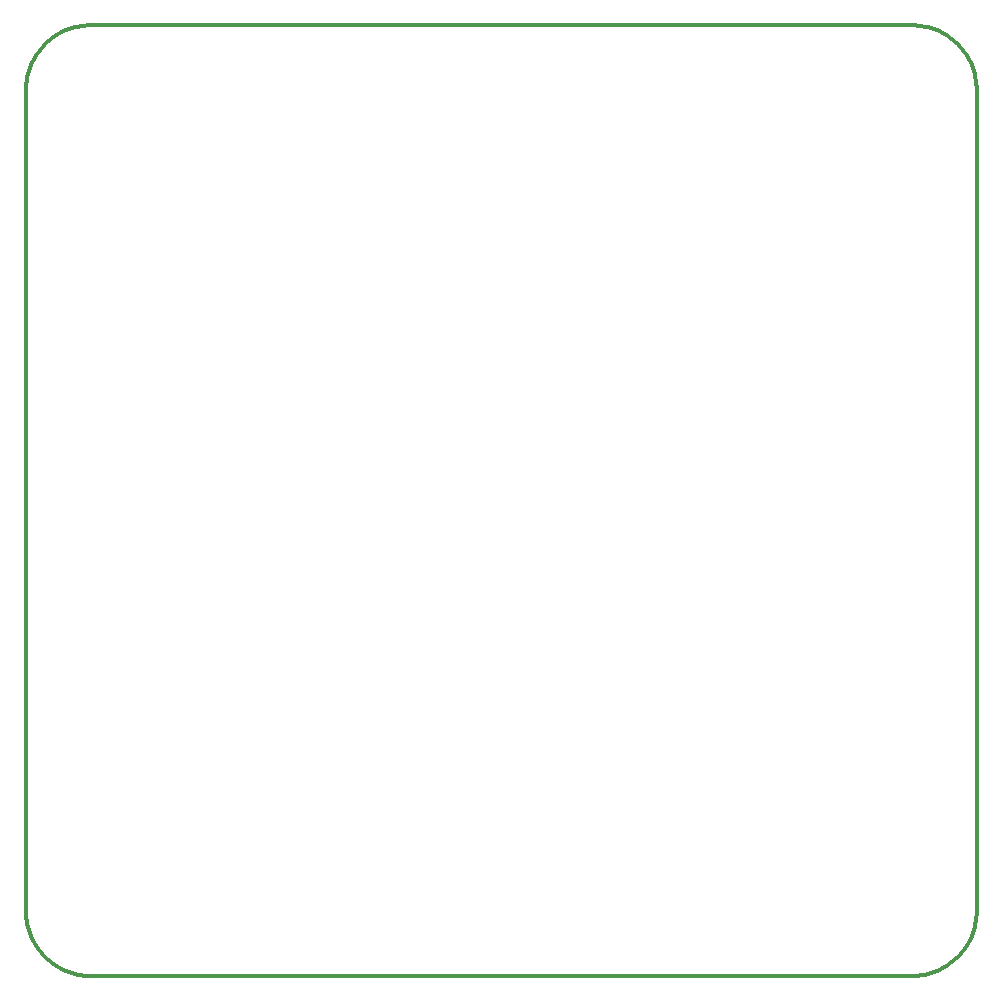
<source format=gm1>
G04 #@! TF.GenerationSoftware,KiCad,Pcbnew,(6.0.1)*
G04 #@! TF.CreationDate,2022-06-28T21:47:16+02:00*
G04 #@! TF.ProjectId,RecyclingPad_embedded,52656379-636c-4696-9e67-5061645f656d,rev?*
G04 #@! TF.SameCoordinates,Original*
G04 #@! TF.FileFunction,Profile,NP*
%FSLAX46Y46*%
G04 Gerber Fmt 4.6, Leading zero omitted, Abs format (unit mm)*
G04 Created by KiCad (PCBNEW (6.0.1)) date 2022-06-28 21:47:16*
%MOMM*%
%LPD*%
G01*
G04 APERTURE LIST*
G04 #@! TA.AperFunction,Profile*
%ADD10C,0.349999*%
G04 #@! TD*
G04 APERTURE END LIST*
D10*
X187100052Y-60277352D02*
X186854754Y-60168666D01*
X186604449Y-139927934D02*
X186854754Y-139831336D01*
X112899948Y-139722650D02*
X113145246Y-139831336D01*
X189170767Y-61977839D02*
X189004445Y-61764336D01*
X187801400Y-60674068D02*
X187573826Y-60530240D01*
X184749997Y-59750004D02*
X184749997Y-59750004D01*
X110277352Y-137100052D02*
X110397939Y-137339893D01*
X188639088Y-61360916D02*
X188441459Y-61172847D01*
X190249997Y-65250004D02*
X190243237Y-64977275D01*
X109856661Y-64171997D02*
X109810279Y-64437820D01*
X110072067Y-136604449D02*
X110168666Y-136854754D01*
X190143340Y-64171997D02*
X190084123Y-63909377D01*
X189004445Y-138235667D02*
X189170767Y-138022164D01*
X190223083Y-64706396D02*
X190189722Y-64437820D01*
X114977275Y-140243237D02*
X115250004Y-140249997D01*
X109915878Y-63909377D02*
X109856661Y-64171997D01*
X189927934Y-63395550D02*
X189831336Y-63145246D01*
X110277352Y-62899948D02*
X110168666Y-63145246D01*
X188235667Y-139004445D02*
X188441459Y-138827157D01*
X188639088Y-138639088D02*
X188639088Y-138639088D01*
X188441459Y-138827157D02*
X188639088Y-138639088D01*
X111764336Y-60995558D02*
X111558545Y-61172847D01*
X109750004Y-134749997D02*
X109756764Y-135022725D01*
X190243237Y-135022725D02*
X190249997Y-134749997D01*
X113650411Y-59987742D02*
X113395550Y-60072067D01*
X109987742Y-136349588D02*
X110072067Y-136604449D01*
X113909377Y-59915878D02*
X113650411Y-59987742D01*
X185828002Y-59856661D02*
X185562179Y-59810279D01*
X112660107Y-139602063D02*
X112899948Y-139722650D01*
X115250004Y-140249997D02*
X115250004Y-140249997D01*
X112198602Y-60674068D02*
X111977839Y-60829236D01*
X111977839Y-60829236D02*
X111764336Y-60995558D01*
X190249997Y-134749997D02*
X190249997Y-65250004D01*
X114171997Y-59856661D02*
X113909377Y-59915878D01*
X190243237Y-64977275D02*
X190223083Y-64706396D01*
X185293603Y-59776917D02*
X185022725Y-59756764D01*
X111360916Y-61360916D02*
X111360916Y-61360916D01*
X188022164Y-60829236D02*
X187801400Y-60674068D01*
X189602063Y-62660107D02*
X189469762Y-62426175D01*
X189722650Y-62899948D02*
X189602063Y-62660107D01*
X189469762Y-137573826D02*
X189602063Y-137339893D01*
X109856661Y-135828002D02*
X109915878Y-136090622D01*
X186349588Y-59987742D02*
X186090622Y-59915878D01*
X186349588Y-140012259D02*
X186604449Y-139927934D01*
X110530240Y-137573826D02*
X110674068Y-137801400D01*
X189325935Y-62198602D02*
X189170767Y-61977839D01*
X109810279Y-64437820D02*
X109776917Y-64706396D01*
X185562179Y-140189722D02*
X185828002Y-140143340D01*
X189170767Y-138022164D02*
X189325935Y-137801400D01*
X190249997Y-65250004D02*
X190249997Y-65250004D01*
X190189722Y-135562179D02*
X190223083Y-135293603D01*
X186090622Y-59915878D02*
X185828002Y-59856661D01*
X187801400Y-139325935D02*
X188022164Y-139170767D01*
X109987742Y-63650411D02*
X109915878Y-63909377D01*
X111360916Y-138639088D02*
X111360916Y-138639088D01*
X185022725Y-59756764D02*
X184749997Y-59750004D01*
X110674068Y-62198602D02*
X110530240Y-62426175D01*
X188022164Y-139170767D02*
X188235667Y-139004445D01*
X189831336Y-63145246D02*
X189722650Y-62899948D01*
X109756764Y-64977275D02*
X109750004Y-65250004D01*
X186604449Y-60072067D02*
X186349588Y-59987742D01*
X109915878Y-136090622D02*
X109987742Y-136349588D01*
X188639088Y-61360916D02*
X188639088Y-61360916D01*
X110995558Y-138235667D02*
X111172847Y-138441459D01*
X190143340Y-135828002D02*
X190189722Y-135562179D01*
X186854754Y-139831336D02*
X187100052Y-139722650D01*
X187339893Y-60397939D02*
X187100052Y-60277352D01*
X187339893Y-139602063D02*
X187573826Y-139469762D01*
X110168666Y-63145246D02*
X110072067Y-63395550D01*
X110168666Y-136854754D02*
X110277352Y-137100052D01*
X190223083Y-135293603D02*
X190243237Y-135022725D01*
X109776917Y-64706396D02*
X109756764Y-64977275D01*
X113909377Y-140084123D02*
X114171997Y-140143340D01*
X111558545Y-138827157D02*
X111764336Y-139004445D01*
X112426175Y-139469762D02*
X112660107Y-139602063D01*
X190012259Y-136349588D02*
X190084123Y-136090622D01*
X114977275Y-59756764D02*
X114706396Y-59776917D01*
X189927934Y-136604449D02*
X190012259Y-136349588D01*
X188827157Y-138441459D02*
X189004445Y-138235667D01*
X184749997Y-59750004D02*
X115250004Y-59750004D01*
X115250004Y-59750004D02*
X114977275Y-59756764D01*
X189004445Y-61764336D02*
X188827157Y-61558545D01*
X113395550Y-60072067D02*
X113145246Y-60168666D01*
X190084123Y-136090622D02*
X190143340Y-135828002D01*
X113145246Y-139831336D02*
X113395550Y-139927934D01*
X109756764Y-135022725D02*
X109776917Y-135293603D01*
X112899948Y-60277352D02*
X112660107Y-60397939D01*
X190084123Y-63909377D02*
X190012259Y-63650411D01*
X110397939Y-62660107D02*
X110277352Y-62899948D01*
X111558545Y-61172847D02*
X111360916Y-61360916D01*
X111977839Y-139170767D02*
X112198602Y-139325935D01*
X190012259Y-63650411D02*
X189927934Y-63395550D01*
X189325935Y-137801400D02*
X189469762Y-137573826D01*
X109750004Y-65250004D02*
X109750004Y-65250004D01*
X109750004Y-65250004D02*
X109750004Y-134749997D01*
X113145246Y-60168666D02*
X112899948Y-60277352D01*
X185022725Y-140243237D02*
X185293603Y-140223083D01*
X111764336Y-139004445D02*
X111977839Y-139170767D01*
X189722650Y-137100052D02*
X189831336Y-136854754D01*
X113650411Y-140012259D02*
X113909377Y-140084123D01*
X184749997Y-140249997D02*
X184749997Y-140249997D01*
X114437820Y-59810279D02*
X114171997Y-59856661D01*
X110995558Y-61764336D02*
X110829236Y-61977839D01*
X185828002Y-140143340D02*
X186090622Y-140084123D01*
X187100052Y-139722650D02*
X187339893Y-139602063D01*
X188441459Y-61172847D02*
X188235667Y-60995558D01*
X185562179Y-59810279D02*
X185293603Y-59776917D01*
X111360916Y-138639088D02*
X111558545Y-138827157D01*
X112426175Y-60530240D02*
X112198602Y-60674068D01*
X189469762Y-62426175D02*
X189325935Y-62198602D01*
X112660107Y-60397939D02*
X112426175Y-60530240D01*
X114706396Y-140223083D02*
X114977275Y-140243237D01*
X188827157Y-61558545D02*
X188639088Y-61360916D01*
X113395550Y-139927934D02*
X113650411Y-140012259D01*
X109776917Y-135293603D02*
X109810279Y-135562179D01*
X187573826Y-60530240D02*
X187339893Y-60397939D01*
X110829236Y-61977839D02*
X110674068Y-62198602D01*
X186854754Y-60168666D02*
X186604449Y-60072067D01*
X184749997Y-140249997D02*
X185022725Y-140243237D01*
X189831336Y-136854754D02*
X189927934Y-136604449D01*
X189602063Y-137339893D02*
X189722650Y-137100052D01*
X111172847Y-61558545D02*
X110995558Y-61764336D01*
X112198602Y-139325935D02*
X112426175Y-139469762D01*
X110829236Y-138022164D02*
X110995558Y-138235667D01*
X110397939Y-137339893D02*
X110530240Y-137573826D01*
X187573826Y-139469762D02*
X187801400Y-139325935D01*
X109810279Y-135562179D02*
X109856661Y-135828002D01*
X111360916Y-61360916D02*
X111172847Y-61558545D01*
X185293603Y-140223083D02*
X185562179Y-140189722D01*
X114706396Y-59776917D02*
X114437820Y-59810279D01*
X110530240Y-62426175D02*
X110397939Y-62660107D01*
X188235667Y-60995558D02*
X188022164Y-60829236D01*
X114437820Y-140189722D02*
X114706396Y-140223083D01*
X115250004Y-59750004D02*
X115250004Y-59750004D01*
X110674068Y-137801400D02*
X110829236Y-138022164D01*
X188639088Y-138639088D02*
X188827157Y-138441459D01*
X109750004Y-134749997D02*
X109750004Y-134749997D01*
X114171997Y-140143340D02*
X114437820Y-140189722D01*
X110072067Y-63395550D02*
X109987742Y-63650411D01*
X190189722Y-64437820D02*
X190143340Y-64171997D01*
X186090622Y-140084123D02*
X186349588Y-140012259D01*
X115250004Y-140249997D02*
X184749997Y-140249997D01*
X111172847Y-138441459D02*
X111360916Y-138639088D01*
M02*

</source>
